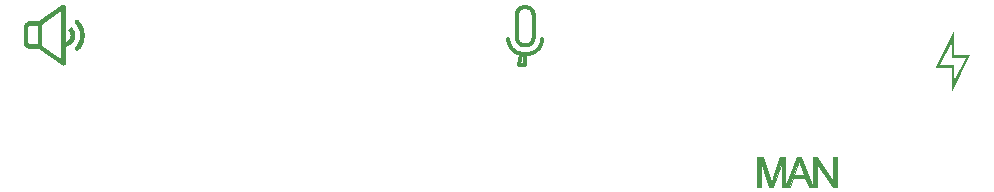
<source format=gbr>
%TF.GenerationSoftware,KiCad,Pcbnew,9.0.0*%
%TF.CreationDate,2025-03-14T14:54:43-04:00*%
%TF.ProjectId,MiniCamel_RearPlate,4d696e69-4361-46d6-956c-5f5265617250,rev?*%
%TF.SameCoordinates,Original*%
%TF.FileFunction,Legend,Top*%
%TF.FilePolarity,Positive*%
%FSLAX46Y46*%
G04 Gerber Fmt 4.6, Leading zero omitted, Abs format (unit mm)*
G04 Created by KiCad (PCBNEW 9.0.0) date 2025-03-14 14:54:43*
%MOMM*%
%LPD*%
G01*
G04 APERTURE LIST*
%ADD10C,0.359833*%
%ADD11C,0.070000*%
%ADD12C,0.000000*%
G04 APERTURE END LIST*
D10*
X134325713Y-93677315D02*
X134392435Y-93726588D01*
X133978530Y-93222253D02*
X134006247Y-93280750D01*
X135428098Y-93965803D02*
X135550692Y-93955272D01*
X134209400Y-93570929D02*
X134264789Y-93625275D01*
X136480496Y-93457163D02*
X136520863Y-93398666D01*
X134073803Y-93398666D02*
X134114170Y-93457163D01*
X135872091Y-93886782D02*
X135964641Y-93853191D01*
X134757583Y-94869000D02*
X134929286Y-93938284D01*
X136385267Y-93570929D02*
X136435385Y-93514738D01*
X135964641Y-93853191D02*
X136050339Y-93814987D01*
X135772426Y-93915301D02*
X135872091Y-93886782D01*
X136588420Y-93280750D02*
X136616136Y-93222253D01*
X134264789Y-93625275D02*
X134325713Y-93677315D01*
X136727179Y-92826225D02*
X136733855Y-92764115D01*
X136129448Y-93772632D02*
X136202231Y-93726588D01*
X135362716Y-90013314D02*
X135424013Y-90019332D01*
X135481357Y-90029040D01*
X135534879Y-90042173D01*
X135584712Y-90058469D01*
X135630987Y-90077665D01*
X135673836Y-90099495D01*
X135713391Y-90123698D01*
X135749782Y-90150009D01*
X135783143Y-90178165D01*
X135813605Y-90207902D01*
X135841300Y-90238957D01*
X135866359Y-90271066D01*
X135888915Y-90303966D01*
X135909098Y-90337393D01*
X135927042Y-90371083D01*
X135942877Y-90404774D01*
X135956735Y-90438201D01*
X135979049Y-90503210D01*
X135995037Y-90564002D01*
X136005755Y-90618469D01*
X136012256Y-90664502D01*
X136015594Y-90699993D01*
X136017000Y-90730917D01*
X136017000Y-92530083D01*
X136015594Y-92561006D01*
X136012256Y-92596498D01*
X136005755Y-92642531D01*
X135995037Y-92696998D01*
X135979049Y-92757790D01*
X135956735Y-92822799D01*
X135942877Y-92856226D01*
X135927042Y-92889917D01*
X135909098Y-92923607D01*
X135888915Y-92957034D01*
X135866359Y-92989934D01*
X135841300Y-93022043D01*
X135813605Y-93053098D01*
X135783143Y-93082835D01*
X135749782Y-93110991D01*
X135713391Y-93137302D01*
X135673836Y-93161505D01*
X135630987Y-93183335D01*
X135584712Y-93202531D01*
X135534879Y-93218827D01*
X135481357Y-93231960D01*
X135424013Y-93241668D01*
X135362716Y-93247685D01*
X135297333Y-93249750D01*
X135231951Y-93247685D01*
X135170654Y-93241668D01*
X135113310Y-93231960D01*
X135059787Y-93218827D01*
X135009954Y-93202531D01*
X134963679Y-93183335D01*
X134920830Y-93161505D01*
X134881276Y-93137302D01*
X134844884Y-93110991D01*
X134811523Y-93082835D01*
X134781061Y-93053098D01*
X134753366Y-93022043D01*
X134728307Y-92989934D01*
X134705752Y-92957034D01*
X134685568Y-92923607D01*
X134667625Y-92889917D01*
X134651790Y-92856226D01*
X134637932Y-92822799D01*
X134615618Y-92757790D01*
X134599629Y-92696998D01*
X134588911Y-92642531D01*
X134582410Y-92596498D01*
X134579072Y-92561006D01*
X134577667Y-92530083D01*
X134577667Y-90730917D01*
X134579072Y-90699993D01*
X134582410Y-90664502D01*
X134588911Y-90618469D01*
X134599629Y-90564002D01*
X134615618Y-90503210D01*
X134637932Y-90438201D01*
X134651790Y-90404774D01*
X134667625Y-90371083D01*
X134685568Y-90337393D01*
X134705752Y-90303966D01*
X134728307Y-90271066D01*
X134753366Y-90238957D01*
X134781061Y-90207902D01*
X134811523Y-90178165D01*
X134844884Y-90150009D01*
X134881276Y-90123698D01*
X134920830Y-90099495D01*
X134963679Y-90077665D01*
X135009954Y-90058469D01*
X135059787Y-90042173D01*
X135113310Y-90029040D01*
X135170654Y-90019332D01*
X135231951Y-90013314D01*
X135297333Y-90011250D01*
X135362716Y-90013314D01*
X133901925Y-93002101D02*
X133933902Y-93108487D01*
X135297333Y-93969416D02*
X135297333Y-94869000D01*
X134037917Y-93339708D02*
X134073803Y-93398666D01*
X136556750Y-93339708D02*
X136588420Y-93280750D01*
X135550692Y-93955272D02*
X135665380Y-93938284D01*
X136268953Y-93677315D02*
X136329877Y-93625275D01*
D11*
X159687713Y-105228525D02*
X159687713Y-105239674D01*
X159311413Y-105239674D01*
X159016717Y-104474500D01*
X157960295Y-104474500D01*
X157682834Y-105239674D01*
X157334107Y-105239674D01*
X157334107Y-105223303D01*
X157726246Y-104202209D01*
X158056803Y-104202209D01*
X158913315Y-104202209D01*
X158649640Y-103502523D01*
X158593199Y-103350221D01*
X158544514Y-103212137D01*
X158503584Y-103088270D01*
X158486028Y-103031668D01*
X158470410Y-102978621D01*
X158457727Y-103039316D01*
X158443805Y-103099903D01*
X158428645Y-103160382D01*
X158412246Y-103220754D01*
X158394609Y-103281018D01*
X158375732Y-103341174D01*
X158355617Y-103401223D01*
X158334264Y-103461164D01*
X158056803Y-104202209D01*
X157726246Y-104202209D01*
X158298074Y-102713222D01*
X158658257Y-102713222D01*
X159687713Y-105228525D01*
G36*
X159687713Y-105228525D02*
G01*
X159687713Y-105239674D01*
X159311413Y-105239674D01*
X159016717Y-104474500D01*
X157960295Y-104474500D01*
X157682834Y-105239674D01*
X157334107Y-105239674D01*
X157334107Y-105223303D01*
X157726246Y-104202209D01*
X158056803Y-104202209D01*
X158913315Y-104202209D01*
X158649640Y-103502523D01*
X158593199Y-103350221D01*
X158544514Y-103212137D01*
X158503584Y-103088270D01*
X158486028Y-103031668D01*
X158470410Y-102978621D01*
X158457727Y-103039316D01*
X158443805Y-103099903D01*
X158428645Y-103160382D01*
X158412246Y-103220754D01*
X158394609Y-103281018D01*
X158375732Y-103341174D01*
X158355617Y-103401223D01*
X158334264Y-103461164D01*
X158056803Y-104202209D01*
X157726246Y-104202209D01*
X158298074Y-102713222D01*
X158658257Y-102713222D01*
X159687713Y-105228525D01*
G37*
D10*
X136733855Y-92764115D02*
X136736666Y-92710000D01*
X136435385Y-93514738D02*
X136480496Y-93457163D01*
X133858000Y-92710000D02*
X133860811Y-92764115D01*
D11*
X161357653Y-104696815D02*
X161357653Y-102713222D01*
X161678199Y-102713222D01*
X161678199Y-105239674D01*
X161335250Y-105239674D01*
X160008259Y-103254358D01*
X160008259Y-105239674D01*
X159692276Y-105239674D01*
X159687713Y-105228525D01*
X159687713Y-102713222D01*
X160030663Y-102713222D01*
X161357653Y-104696815D01*
G36*
X161357653Y-104696815D02*
G01*
X161357653Y-102713222D01*
X161678199Y-102713222D01*
X161678199Y-105239674D01*
X161335250Y-105239674D01*
X160008259Y-103254358D01*
X160008259Y-105239674D01*
X159692276Y-105239674D01*
X159687713Y-105228525D01*
X159687713Y-102713222D01*
X160030663Y-102713222D01*
X161357653Y-104696815D01*
G37*
D10*
X136692741Y-93002101D02*
X136714177Y-92906784D01*
D12*
G36*
X94234000Y-91186000D02*
G01*
X94243774Y-91186727D01*
X94253464Y-91187931D01*
X94263054Y-91189604D01*
X94272530Y-91191741D01*
X94281873Y-91194334D01*
X94291068Y-91197376D01*
X94300099Y-91200861D01*
X94308949Y-91204783D01*
X94317603Y-91209133D01*
X94326043Y-91213907D01*
X94334254Y-91219096D01*
X94342219Y-91224694D01*
X94349922Y-91230695D01*
X94357347Y-91237092D01*
X94364477Y-91243877D01*
X94371262Y-91251007D01*
X94377659Y-91258432D01*
X94383660Y-91266135D01*
X94389258Y-91274100D01*
X94394447Y-91282311D01*
X94399221Y-91290751D01*
X94403571Y-91299405D01*
X94407493Y-91308255D01*
X94410978Y-91317286D01*
X94414020Y-91326481D01*
X94416613Y-91335824D01*
X94418750Y-91345300D01*
X94420423Y-91354890D01*
X94421627Y-91364580D01*
X94422354Y-91374354D01*
X94422598Y-91384194D01*
X94422598Y-93368568D01*
X94422354Y-93378408D01*
X94421627Y-93388182D01*
X94420423Y-93397872D01*
X94418750Y-93407462D01*
X94416613Y-93416938D01*
X94414020Y-93426281D01*
X94410978Y-93435476D01*
X94407493Y-93444507D01*
X94403571Y-93453357D01*
X94399221Y-93462011D01*
X94394447Y-93470451D01*
X94389258Y-93478662D01*
X94383660Y-93486627D01*
X94377659Y-93494330D01*
X94371262Y-93501755D01*
X94364477Y-93508885D01*
X94357347Y-93515671D01*
X94349922Y-93522067D01*
X94342219Y-93528068D01*
X94334254Y-93533666D01*
X94326043Y-93538855D01*
X94317603Y-93543629D01*
X94308949Y-93547980D01*
X94300099Y-93551901D01*
X94291068Y-93555386D01*
X94281873Y-93558429D01*
X94272530Y-93561021D01*
X94263054Y-93563158D01*
X94253464Y-93564831D01*
X94243774Y-93566035D01*
X94234000Y-93566762D01*
X94224160Y-93567006D01*
X93430410Y-93567006D01*
X93400891Y-93566274D01*
X93371571Y-93564093D01*
X93342501Y-93560482D01*
X93313728Y-93555462D01*
X93285303Y-93549052D01*
X93257273Y-93541274D01*
X93229687Y-93532146D01*
X93202594Y-93521691D01*
X93176043Y-93509927D01*
X93150083Y-93496874D01*
X93124763Y-93482554D01*
X93100131Y-93466987D01*
X93076236Y-93450191D01*
X93053127Y-93432189D01*
X93030852Y-93412999D01*
X93009461Y-93392643D01*
X92989105Y-93371252D01*
X92969915Y-93348978D01*
X92951913Y-93325868D01*
X92935117Y-93301973D01*
X92919550Y-93277341D01*
X92905230Y-93252021D01*
X92892178Y-93226061D01*
X92880413Y-93199510D01*
X92869958Y-93172417D01*
X92860830Y-93144831D01*
X92853052Y-93116801D01*
X92846642Y-93088376D01*
X92841622Y-93059603D01*
X92838011Y-93030533D01*
X92835830Y-93001213D01*
X92835098Y-92971693D01*
X93231973Y-92971693D01*
X93232217Y-92981533D01*
X93232944Y-92991307D01*
X93234148Y-93000997D01*
X93235821Y-93010588D01*
X93237958Y-93020063D01*
X93240550Y-93029406D01*
X93243593Y-93038602D01*
X93247078Y-93047632D01*
X93250999Y-93056483D01*
X93255350Y-93065136D01*
X93260124Y-93073576D01*
X93265313Y-93081787D01*
X93270911Y-93089752D01*
X93276912Y-93097455D01*
X93283309Y-93104880D01*
X93290094Y-93112010D01*
X93297224Y-93118796D01*
X93304649Y-93125192D01*
X93312352Y-93131193D01*
X93320317Y-93136791D01*
X93328528Y-93141981D01*
X93336968Y-93146754D01*
X93345622Y-93151105D01*
X93354472Y-93155026D01*
X93363503Y-93158511D01*
X93372698Y-93161554D01*
X93382041Y-93164146D01*
X93391516Y-93166283D01*
X93401107Y-93167956D01*
X93410797Y-93169160D01*
X93420571Y-93169887D01*
X93430410Y-93170131D01*
X94025723Y-93170131D01*
X94025723Y-91582631D01*
X93430410Y-91582631D01*
X93420571Y-91582875D01*
X93410797Y-91583602D01*
X93401107Y-91584806D01*
X93391516Y-91586479D01*
X93382041Y-91588616D01*
X93372698Y-91591209D01*
X93363503Y-91594251D01*
X93354472Y-91597736D01*
X93345621Y-91601658D01*
X93336968Y-91606008D01*
X93328528Y-91610782D01*
X93320317Y-91615971D01*
X93312352Y-91621569D01*
X93304649Y-91627570D01*
X93297224Y-91633967D01*
X93290094Y-91640752D01*
X93283309Y-91647882D01*
X93276912Y-91655307D01*
X93270911Y-91663010D01*
X93265313Y-91670975D01*
X93260124Y-91679186D01*
X93255350Y-91687626D01*
X93250999Y-91696280D01*
X93247078Y-91705130D01*
X93243593Y-91714161D01*
X93240550Y-91723356D01*
X93237958Y-91732699D01*
X93235821Y-91742175D01*
X93234148Y-91751765D01*
X93232944Y-91761455D01*
X93232217Y-91771229D01*
X93231973Y-91781069D01*
X93231973Y-92971693D01*
X92835098Y-92971693D01*
X92835098Y-91781069D01*
X92835830Y-91751549D01*
X92838011Y-91722229D01*
X92841622Y-91693159D01*
X92846642Y-91664387D01*
X92853052Y-91635961D01*
X92860830Y-91607931D01*
X92869958Y-91580345D01*
X92880413Y-91553252D01*
X92892177Y-91526702D01*
X92905230Y-91500742D01*
X92919550Y-91475421D01*
X92935117Y-91450789D01*
X92951913Y-91426894D01*
X92969915Y-91403785D01*
X92989105Y-91381510D01*
X93009461Y-91360119D01*
X93030852Y-91339763D01*
X93053127Y-91320573D01*
X93076236Y-91302571D01*
X93100131Y-91285776D01*
X93124763Y-91270208D01*
X93150083Y-91255888D01*
X93176044Y-91242836D01*
X93202594Y-91231072D01*
X93229687Y-91220616D01*
X93257273Y-91211489D01*
X93285303Y-91203710D01*
X93313728Y-91197301D01*
X93342501Y-91192280D01*
X93371571Y-91188669D01*
X93400891Y-91186488D01*
X93430410Y-91185756D01*
X94224160Y-91185756D01*
X94234000Y-91186000D01*
G37*
D10*
X136616136Y-93222253D02*
X136660764Y-93108487D01*
X134159281Y-93514738D02*
X134209400Y-93570929D01*
X134722575Y-93886782D02*
X134822241Y-93915301D01*
X133860811Y-92764115D02*
X133867488Y-92826225D01*
D12*
G36*
X171625834Y-94090834D02*
G01*
X172961239Y-94090834D01*
X171414167Y-97184977D01*
X171414167Y-95149167D01*
X170078762Y-95149167D01*
X170184595Y-94937500D01*
X170421239Y-94937500D01*
X171625834Y-94937500D01*
X171625834Y-96288357D01*
X172618762Y-94302501D01*
X171414167Y-94302501D01*
X171414167Y-92951644D01*
X170421239Y-94937500D01*
X170184595Y-94937500D01*
X171625834Y-92055024D01*
X171625834Y-94090834D01*
G37*
D10*
X136202231Y-93726588D02*
X136268953Y-93677315D01*
X133933902Y-93108487D02*
X133954503Y-93164678D01*
X133954503Y-93164678D02*
X133978530Y-93222253D01*
D12*
G36*
X96218539Y-89798678D02*
G01*
X96231402Y-89799870D01*
X96244198Y-89801905D01*
X96256883Y-89804784D01*
X96269418Y-89808512D01*
X96281758Y-89813090D01*
X96293864Y-89818522D01*
X96300192Y-89821674D01*
X96306374Y-89825032D01*
X96312407Y-89828590D01*
X96318286Y-89832343D01*
X96324008Y-89836286D01*
X96329571Y-89840413D01*
X96334970Y-89844719D01*
X96340203Y-89849199D01*
X96345265Y-89853848D01*
X96350154Y-89858660D01*
X96354867Y-89863629D01*
X96359399Y-89868752D01*
X96363747Y-89874022D01*
X96367908Y-89879434D01*
X96371879Y-89884983D01*
X96375656Y-89890663D01*
X96379236Y-89896470D01*
X96382615Y-89902397D01*
X96385790Y-89908441D01*
X96388758Y-89914595D01*
X96391516Y-89920854D01*
X96394059Y-89927213D01*
X96396385Y-89933666D01*
X96398490Y-89940209D01*
X96400371Y-89946835D01*
X96402024Y-89953541D01*
X96403446Y-89960320D01*
X96404633Y-89967167D01*
X96405583Y-89974077D01*
X96406292Y-89981044D01*
X96406756Y-89988064D01*
X96406973Y-89995131D01*
X96406973Y-94757631D01*
X96406519Y-94771481D01*
X96405118Y-94785147D01*
X96402793Y-94798587D01*
X96399570Y-94811761D01*
X96395473Y-94824628D01*
X96390527Y-94837148D01*
X96384757Y-94849278D01*
X96378187Y-94860980D01*
X96370842Y-94872211D01*
X96362748Y-94882931D01*
X96353928Y-94893100D01*
X96344407Y-94902676D01*
X96334211Y-94911619D01*
X96323364Y-94919888D01*
X96311890Y-94927443D01*
X96299815Y-94934241D01*
X96294484Y-94936872D01*
X96289086Y-94939339D01*
X96283623Y-94941639D01*
X96278100Y-94943774D01*
X96272521Y-94945741D01*
X96266890Y-94947540D01*
X96261210Y-94949169D01*
X96255485Y-94950629D01*
X96249719Y-94951917D01*
X96243916Y-94953033D01*
X96238080Y-94953977D01*
X96232214Y-94954746D01*
X96226323Y-94955341D01*
X96220411Y-94955761D01*
X96214480Y-94956003D01*
X96208535Y-94956069D01*
X96200962Y-94955906D01*
X96193419Y-94955456D01*
X96185915Y-94954721D01*
X96178458Y-94953704D01*
X96171055Y-94952406D01*
X96163714Y-94950831D01*
X96156443Y-94948981D01*
X96149249Y-94946858D01*
X96142141Y-94944465D01*
X96135126Y-94941803D01*
X96128212Y-94938877D01*
X96121407Y-94935687D01*
X96114718Y-94932238D01*
X96108153Y-94928530D01*
X96101719Y-94924566D01*
X96095426Y-94920349D01*
X94111051Y-93531287D01*
X94101302Y-93524074D01*
X94092071Y-93516332D01*
X94083374Y-93508091D01*
X94075226Y-93499379D01*
X94067641Y-93490225D01*
X94060635Y-93480658D01*
X94054223Y-93470706D01*
X94048420Y-93460398D01*
X94043241Y-93449763D01*
X94038701Y-93438830D01*
X94034815Y-93427627D01*
X94031598Y-93416182D01*
X94029065Y-93404525D01*
X94027232Y-93392685D01*
X94026113Y-93380690D01*
X94025723Y-93368568D01*
X94025723Y-93265381D01*
X94422598Y-93265381D01*
X96010098Y-94376631D01*
X96010098Y-90376131D01*
X94422598Y-91487381D01*
X94422598Y-93265381D01*
X94025723Y-93265381D01*
X94025723Y-91487381D01*
X94025723Y-91384194D01*
X94026112Y-91372073D01*
X94027231Y-91360079D01*
X94029064Y-91348239D01*
X94031597Y-91336583D01*
X94034813Y-91325139D01*
X94038699Y-91313936D01*
X94043239Y-91303003D01*
X94048418Y-91292368D01*
X94054220Y-91282060D01*
X94060632Y-91272108D01*
X94067638Y-91262541D01*
X94075222Y-91253387D01*
X94083370Y-91244675D01*
X94092067Y-91236433D01*
X94101298Y-91228692D01*
X94111047Y-91221478D01*
X96095426Y-89832412D01*
X96106656Y-89825347D01*
X96118239Y-89819094D01*
X96130131Y-89813657D01*
X96142292Y-89809038D01*
X96154680Y-89805241D01*
X96167251Y-89802268D01*
X96179965Y-89800122D01*
X96192778Y-89798806D01*
X96205651Y-89798324D01*
X96218539Y-89798678D01*
G37*
D10*
X134757583Y-94869000D02*
X135297333Y-94869000D01*
X134392435Y-93726588D02*
X134465219Y-93772632D01*
X134929286Y-93938284D02*
X135043974Y-93955272D01*
X135043974Y-93955272D02*
X135166569Y-93965803D01*
X135665380Y-93938284D02*
X135772426Y-93915301D01*
X134114170Y-93457163D02*
X134159281Y-93514738D01*
X136329877Y-93625275D02*
X136385267Y-93570929D01*
X133867488Y-92826225D02*
X133880490Y-92906784D01*
X134822241Y-93915301D02*
X134929286Y-93938284D01*
D11*
X156024349Y-104502074D02*
X156095869Y-104720512D01*
X156123227Y-104806141D01*
X156144985Y-104876045D01*
X156169543Y-104799031D01*
X156200133Y-104705862D01*
X156236755Y-104596536D01*
X156279407Y-104471054D01*
X156884309Y-102713222D01*
X157334107Y-102713222D01*
X157334107Y-105223303D01*
X157327820Y-105239674D01*
X157011838Y-105239674D01*
X157011838Y-103125106D01*
X156277685Y-105239674D01*
X155976095Y-105239674D01*
X155245389Y-103088915D01*
X155245389Y-105239674D01*
X154923120Y-105239674D01*
X154923120Y-102713222D01*
X155426342Y-102713222D01*
X156024349Y-104502074D01*
G36*
X156024349Y-104502074D02*
G01*
X156095869Y-104720512D01*
X156123227Y-104806141D01*
X156144985Y-104876045D01*
X156169543Y-104799031D01*
X156200133Y-104705862D01*
X156236755Y-104596536D01*
X156279407Y-104471054D01*
X156884309Y-102713222D01*
X157334107Y-102713222D01*
X157334107Y-105223303D01*
X157327820Y-105239674D01*
X157011838Y-105239674D01*
X157011838Y-103125106D01*
X156277685Y-105239674D01*
X155976095Y-105239674D01*
X155245389Y-103088915D01*
X155245389Y-105239674D01*
X154923120Y-105239674D01*
X154923120Y-102713222D01*
X155426342Y-102713222D01*
X156024349Y-104502074D01*
G37*
D10*
X134465219Y-93772632D02*
X134544328Y-93814987D01*
X135297333Y-93969416D02*
X135428098Y-93965803D01*
X135166569Y-93965803D02*
X135297333Y-93969416D01*
D12*
G36*
X96962005Y-91728758D02*
G01*
X97008277Y-91786676D01*
X97049762Y-91847374D01*
X97086402Y-91910560D01*
X97118137Y-91975941D01*
X97144910Y-92043224D01*
X97166662Y-92112117D01*
X97183336Y-92182327D01*
X97194871Y-92253562D01*
X97201211Y-92325529D01*
X97202297Y-92397935D01*
X97198071Y-92470488D01*
X97188473Y-92542896D01*
X97173447Y-92614864D01*
X97152933Y-92686102D01*
X97126873Y-92756316D01*
X97111840Y-92790735D01*
X97095616Y-92824376D01*
X97078230Y-92857216D01*
X97059715Y-92889235D01*
X97040101Y-92920413D01*
X97019418Y-92950729D01*
X96997700Y-92980162D01*
X96974975Y-93008692D01*
X96951276Y-93036297D01*
X96926633Y-93062958D01*
X96901077Y-93088653D01*
X96874639Y-93113362D01*
X96847351Y-93137064D01*
X96819244Y-93159738D01*
X96790348Y-93181364D01*
X96760694Y-93201921D01*
X96730314Y-93221388D01*
X96699238Y-93239745D01*
X96667498Y-93256971D01*
X96635125Y-93273045D01*
X96602149Y-93287947D01*
X96568602Y-93301656D01*
X96534515Y-93314150D01*
X96499918Y-93325411D01*
X96464843Y-93335416D01*
X96429321Y-93344145D01*
X96393383Y-93351578D01*
X96357060Y-93357693D01*
X96320382Y-93362471D01*
X96283382Y-93365889D01*
X96246089Y-93367929D01*
X96208535Y-93368568D01*
X96208535Y-92971693D01*
X96253348Y-92969973D01*
X96297455Y-92964957D01*
X96340709Y-92956745D01*
X96382961Y-92945435D01*
X96424064Y-92931126D01*
X96463870Y-92913918D01*
X96502231Y-92893909D01*
X96538999Y-92871199D01*
X96574026Y-92845885D01*
X96607164Y-92818068D01*
X96638264Y-92787846D01*
X96667181Y-92755318D01*
X96693764Y-92720583D01*
X96717866Y-92683740D01*
X96739340Y-92644888D01*
X96758038Y-92604126D01*
X96773629Y-92562078D01*
X96785906Y-92519418D01*
X96794903Y-92476321D01*
X96800656Y-92432961D01*
X96803199Y-92389513D01*
X96802566Y-92346151D01*
X96798793Y-92303051D01*
X96791914Y-92260385D01*
X96781963Y-92218331D01*
X96768975Y-92177060D01*
X96752986Y-92136749D01*
X96734029Y-92097572D01*
X96712140Y-92059703D01*
X96687353Y-92023318D01*
X96659702Y-91988590D01*
X96629223Y-91955694D01*
X96911004Y-91673912D01*
X96962005Y-91728758D01*
G37*
D10*
X134630025Y-93853191D02*
X134722575Y-93886782D01*
X134544328Y-93814987D02*
X134630025Y-93853191D01*
X136714177Y-92906784D02*
X136727179Y-92826225D01*
X134006247Y-93280750D02*
X134037917Y-93339708D01*
X136660764Y-93108487D02*
X136692741Y-93002101D01*
X136520863Y-93398666D02*
X136556750Y-93339708D01*
D12*
G36*
X97361926Y-91076798D02*
G01*
X97370983Y-91077480D01*
X97380010Y-91078577D01*
X97388992Y-91080088D01*
X97397914Y-91082014D01*
X97406762Y-91084356D01*
X97415519Y-91087114D01*
X97424172Y-91090290D01*
X97432704Y-91093883D01*
X97441100Y-91097894D01*
X97449346Y-91102323D01*
X97457426Y-91107172D01*
X97465325Y-91112441D01*
X97473028Y-91118130D01*
X97480520Y-91124241D01*
X97543767Y-91190850D01*
X97602935Y-91259834D01*
X97658021Y-91331035D01*
X97709027Y-91404293D01*
X97755953Y-91479452D01*
X97798798Y-91556352D01*
X97837563Y-91634835D01*
X97872247Y-91714743D01*
X97902851Y-91795917D01*
X97929374Y-91878200D01*
X97951817Y-91961432D01*
X97970179Y-92045457D01*
X97984461Y-92130114D01*
X97994662Y-92215246D01*
X98000783Y-92300695D01*
X98002823Y-92386303D01*
X98000783Y-92471910D01*
X97994662Y-92557359D01*
X97984461Y-92642492D01*
X97970179Y-92727149D01*
X97951817Y-92811173D01*
X97929374Y-92894406D01*
X97902851Y-92976689D01*
X97872247Y-93057863D01*
X97837563Y-93137771D01*
X97798798Y-93216254D01*
X97755953Y-93293154D01*
X97709027Y-93368313D01*
X97658021Y-93441571D01*
X97602935Y-93512772D01*
X97543767Y-93581756D01*
X97480520Y-93648365D01*
X97472588Y-93654910D01*
X97464368Y-93661007D01*
X97455879Y-93666650D01*
X97447140Y-93671834D01*
X97438169Y-93676552D01*
X97428987Y-93680798D01*
X97419612Y-93684567D01*
X97410063Y-93687851D01*
X97400359Y-93690646D01*
X97390520Y-93692945D01*
X97380565Y-93694743D01*
X97370512Y-93696032D01*
X97360380Y-93696807D01*
X97350190Y-93697063D01*
X97339959Y-93696792D01*
X97329707Y-93695990D01*
X97319974Y-93695711D01*
X97310308Y-93694958D01*
X97300724Y-93693740D01*
X97291238Y-93692061D01*
X97281867Y-93689930D01*
X97272625Y-93687352D01*
X97263528Y-93684334D01*
X97254592Y-93680882D01*
X97245834Y-93677003D01*
X97237268Y-93672704D01*
X97228910Y-93667991D01*
X97220777Y-93662870D01*
X97212884Y-93657349D01*
X97205246Y-93651433D01*
X97197880Y-93645129D01*
X97190801Y-93638443D01*
X97184651Y-93630955D01*
X97178923Y-93623253D01*
X97173617Y-93615353D01*
X97168733Y-93607271D01*
X97164269Y-93599020D01*
X97160225Y-93590617D01*
X97156601Y-93582077D01*
X97153396Y-93573415D01*
X97150609Y-93564646D01*
X97148240Y-93555786D01*
X97146289Y-93546850D01*
X97144754Y-93537852D01*
X97143636Y-93528809D01*
X97142933Y-93519736D01*
X97142645Y-93510647D01*
X97142772Y-93501558D01*
X97143313Y-93492484D01*
X97144267Y-93483441D01*
X97145635Y-93474443D01*
X97147414Y-93465507D01*
X97149605Y-93456646D01*
X97152208Y-93447877D01*
X97155221Y-93439215D01*
X97158644Y-93430674D01*
X97162476Y-93422271D01*
X97166718Y-93414020D01*
X97171367Y-93405937D01*
X97176425Y-93398037D01*
X97181890Y-93390334D01*
X97187762Y-93382845D01*
X97194039Y-93375585D01*
X97200723Y-93368568D01*
X97248226Y-93318655D01*
X97293007Y-93266680D01*
X97335018Y-93212757D01*
X97374212Y-93156999D01*
X97410541Y-93099522D01*
X97443958Y-93040438D01*
X97474417Y-92979862D01*
X97501870Y-92917907D01*
X97526270Y-92854687D01*
X97547570Y-92790316D01*
X97565722Y-92724909D01*
X97580679Y-92658578D01*
X97592395Y-92591439D01*
X97600822Y-92523603D01*
X97605913Y-92455187D01*
X97607620Y-92386303D01*
X97605913Y-92317419D01*
X97600822Y-92249002D01*
X97592395Y-92181167D01*
X97580679Y-92114027D01*
X97565722Y-92047696D01*
X97547570Y-91982289D01*
X97526270Y-91917918D01*
X97501870Y-91854699D01*
X97474417Y-91792744D01*
X97443958Y-91732167D01*
X97410541Y-91673084D01*
X97374212Y-91615606D01*
X97335018Y-91559849D01*
X97293007Y-91505926D01*
X97248226Y-91453950D01*
X97200723Y-91404037D01*
X97194612Y-91396545D01*
X97188923Y-91388842D01*
X97183654Y-91380943D01*
X97178805Y-91372863D01*
X97174376Y-91364618D01*
X97170365Y-91356221D01*
X97166772Y-91347689D01*
X97163597Y-91339037D01*
X97160838Y-91330280D01*
X97158496Y-91321432D01*
X97156570Y-91312510D01*
X97155059Y-91303527D01*
X97153963Y-91294501D01*
X97153280Y-91285444D01*
X97153011Y-91276373D01*
X97153155Y-91267304D01*
X97153711Y-91258249D01*
X97154679Y-91249226D01*
X97156058Y-91240250D01*
X97157848Y-91231334D01*
X97160047Y-91222495D01*
X97162656Y-91213748D01*
X97165673Y-91205108D01*
X97169099Y-91196589D01*
X97172932Y-91188207D01*
X97177172Y-91179978D01*
X97181819Y-91171916D01*
X97186872Y-91164037D01*
X97192329Y-91156355D01*
X97198192Y-91148886D01*
X97204458Y-91141644D01*
X97211128Y-91134646D01*
X97218126Y-91127976D01*
X97225368Y-91121710D01*
X97232837Y-91115847D01*
X97240519Y-91110390D01*
X97248398Y-91105337D01*
X97256460Y-91100690D01*
X97264689Y-91096450D01*
X97273071Y-91092617D01*
X97281590Y-91089191D01*
X97290230Y-91086174D01*
X97298977Y-91083565D01*
X97307816Y-91081365D01*
X97316732Y-91079576D01*
X97325708Y-91078197D01*
X97334731Y-91077229D01*
X97343786Y-91076673D01*
X97352855Y-91076529D01*
X97361926Y-91076798D01*
G37*
D10*
X136050339Y-93814987D02*
X136129448Y-93772632D01*
X133880490Y-92906784D02*
X133901925Y-93002101D01*
M02*

</source>
